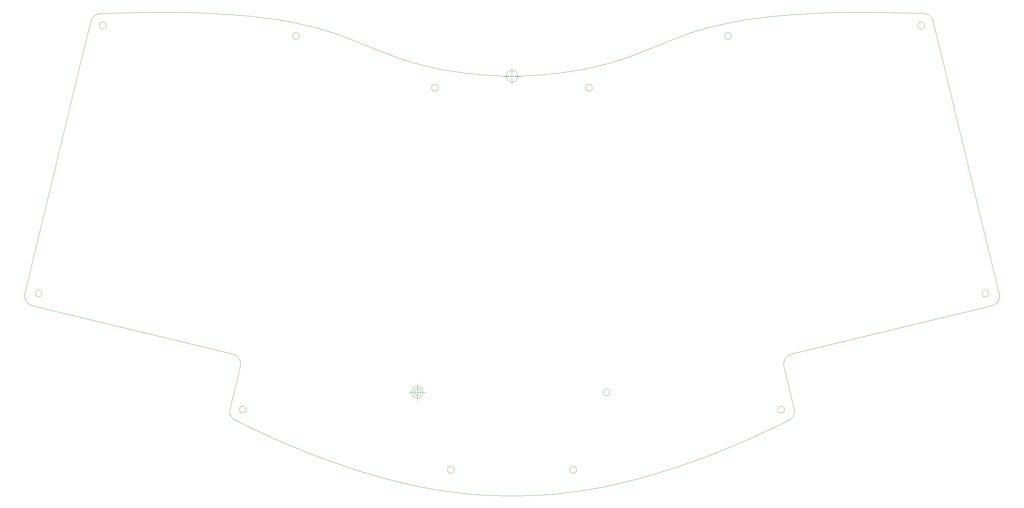
<source format=gm1>
%TF.GenerationSoftware,KiCad,Pcbnew,(6.0.0-0)*%
%TF.CreationDate,2022-01-08T14:54:34+00:00*%
%TF.ProjectId,atreis,61747265-6973-42e6-9b69-6361645f7063,rev?*%
%TF.SameCoordinates,Original*%
%TF.FileFunction,Profile,NP*%
%FSLAX46Y46*%
G04 Gerber Fmt 4.6, Leading zero omitted, Abs format (unit mm)*
G04 Created by KiCad (PCBNEW (6.0.0-0)) date 2022-01-08 14:54:34*
%MOMM*%
%LPD*%
G01*
G04 APERTURE LIST*
%TA.AperFunction,Profile*%
%ADD10C,0.100000*%
%TD*%
G04 APERTURE END LIST*
D10*
X157470285Y-144928117D02*
G75*
G03*
X157470285Y-144928117I-1666666J0D01*
G01*
X153303619Y-144928117D02*
X158303619Y-144928117D01*
X155803619Y-142428117D02*
X155803619Y-147428117D01*
X263038014Y-134968518D02*
X262888015Y-135228517D01*
X170118017Y-51948516D02*
X174368014Y-52358518D01*
X174368014Y-52358518D02*
X178738015Y-52668519D01*
X144978019Y-45498517D02*
X149718018Y-47298519D01*
X132528016Y-165698519D02*
X130488016Y-164988517D01*
X112128015Y-157498518D02*
X110298015Y-156648518D01*
X265628016Y-150318517D02*
X265618015Y-150718517D01*
X101268016Y-151238516D02*
X101208016Y-150978516D01*
X118358015Y-160238516D02*
X116148015Y-159278516D01*
X115928016Y-36508517D02*
X119568016Y-37148518D01*
X252368015Y-158528517D02*
X250628016Y-159278517D01*
X221798015Y-45498517D02*
X226778016Y-43478516D01*
X102498016Y-133948518D02*
X102098016Y-133798519D01*
X183388017Y-175052517D02*
X182208016Y-175058516D01*
X44088015Y-119748515D02*
X43718016Y-119648517D01*
X63398018Y-34538515D02*
X70218016Y-34348517D01*
X75188016Y-34238518D02*
X79648017Y-34218515D01*
X235328015Y-40238518D02*
X240788018Y-38618518D01*
X125408015Y-163108518D02*
X123128016Y-162198517D01*
X43348015Y-119538518D02*
X42958018Y-119348517D01*
X221418015Y-169718518D02*
X218928016Y-170408517D01*
X61568016Y-35338518D02*
X61808018Y-35128518D01*
X264468013Y-152738515D02*
X264218016Y-152918516D01*
X323818015Y-119348516D02*
X323428017Y-119538518D01*
X166008017Y-173968519D02*
X163718016Y-173658517D01*
X177628016Y-175018515D02*
X172968017Y-174708517D01*
X211968021Y-144898515D02*
G75*
G03*
X211968021Y-144898515I-1000005J0D01*
G01*
X101688016Y-152088518D02*
X101538015Y-151858518D01*
X103888017Y-135228516D02*
X103738016Y-134968518D01*
X112138016Y-35938515D02*
X115928016Y-36508517D01*
X120688018Y-161228519D02*
X118358015Y-160238516D01*
X101148017Y-150318517D02*
X101168016Y-150028516D01*
X322268014Y-116108518D02*
G75*
G03*
X322268014Y-116108518I-1000000J0D01*
G01*
X60728016Y-36678518D02*
X60808017Y-36478518D01*
X65218014Y-38038516D02*
G75*
G03*
X65218014Y-38038516I-999999J0D01*
G01*
X123128016Y-162198517D02*
X120688018Y-161228519D01*
X262658016Y-135708517D02*
X262568016Y-136038517D01*
X265088016Y-152088516D02*
X264898017Y-152328518D01*
X152748018Y-171588515D02*
X150458015Y-171048518D01*
X139998015Y-43478516D02*
X144978019Y-45498517D01*
X102098016Y-133798519D02*
X44088015Y-119748515D01*
X107328016Y-155248517D02*
X103138014Y-153228518D01*
X200768019Y-173968516D02*
X196788015Y-174468519D01*
X102868017Y-153088518D02*
X102558017Y-152918518D01*
X212118016Y-48908515D02*
X217058014Y-47298518D01*
X62058015Y-34958519D02*
X62378016Y-34788519D01*
X103548015Y-134738515D02*
X103318015Y-134488515D01*
X287128015Y-34218515D02*
X291588017Y-34238517D01*
X264898017Y-152328518D02*
X264718017Y-152538517D01*
X103318015Y-134488515D02*
X103088014Y-134308515D01*
X304718015Y-34958519D02*
X304968016Y-35128517D01*
X161218016Y-173268517D02*
X157268017Y-172528516D01*
X102308016Y-152738518D02*
X102058016Y-152538517D01*
X131448016Y-40238514D02*
X136618015Y-42118517D01*
X140958016Y-168458518D02*
X138258015Y-167628518D01*
X42278015Y-118828518D02*
X42038014Y-118578518D01*
X304968016Y-35128517D02*
X305208015Y-35338517D01*
X188038015Y-52668517D02*
X192408016Y-52358518D01*
X104218015Y-137318517D02*
X104268015Y-136998518D01*
X247328016Y-41148517D02*
G75*
G03*
X247328016Y-41148517I-1000000J0D01*
G01*
X325308015Y-116178518D02*
X325368016Y-116568516D01*
X263908019Y-153088516D02*
X263638018Y-153228517D01*
X101168016Y-150028516D02*
X101218017Y-149738518D01*
X163718016Y-173658517D02*
X161218016Y-173268517D01*
X192408016Y-52358518D02*
X196658015Y-51948517D01*
X262768017Y-135428517D02*
X262658016Y-135708517D01*
X138258015Y-167628518D02*
X136308016Y-167008518D01*
X203548017Y-50918518D02*
X206538015Y-50318518D01*
X263688015Y-134308517D02*
X263458017Y-134488517D01*
X150458015Y-171048518D02*
X147848015Y-170408519D01*
X60948014Y-36138517D02*
X61118016Y-35858518D01*
X325368016Y-116568516D02*
X325358015Y-116898518D01*
X163228017Y-50918518D02*
X167338015Y-51578516D01*
X209508015Y-172528515D02*
X205558016Y-173268516D01*
X246088015Y-161228515D02*
X243648018Y-162198516D01*
X193808019Y-174708516D02*
X189148017Y-175018516D01*
X305658015Y-35858517D02*
X305828016Y-36138517D01*
X250628016Y-159278517D02*
X248418016Y-160238517D01*
X61338015Y-35568517D02*
X61568016Y-35338518D01*
X305438018Y-35568517D02*
X305658015Y-35858517D01*
X103378018Y-34998518D02*
X107848018Y-35408515D01*
X41468015Y-116178517D02*
X41568015Y-115778517D01*
X143118016Y-169098515D02*
X140958016Y-168458518D01*
X304068015Y-34668517D02*
X304398016Y-34788517D01*
X178738015Y-52668519D02*
X183388015Y-52868517D01*
X41538018Y-117598517D02*
X41468017Y-117278520D01*
X262618015Y-137608516D02*
X265558018Y-149738516D01*
X303558013Y-38038519D02*
G75*
G03*
X303558013Y-38038519I-999996J0D01*
G01*
X79648017Y-34218515D02*
X86018019Y-34228515D01*
X226778016Y-43478516D02*
X230158014Y-42118515D01*
X70218016Y-34348517D02*
X75188016Y-34238518D01*
X325108017Y-117948517D02*
X324948015Y-118268517D01*
X236288017Y-164988517D02*
X234248015Y-165698516D01*
X265558018Y-149738516D02*
X265608020Y-150028516D01*
X303378015Y-34538519D02*
X303758014Y-34588515D01*
X230158014Y-42118515D02*
X235328015Y-40238518D01*
X228518017Y-167628518D02*
X225818015Y-168458515D01*
X62378016Y-34788519D02*
X62708015Y-34668518D01*
X268408014Y-34658518D02*
X274308014Y-34368516D01*
X262788016Y-149938516D02*
G75*
G03*
X262788016Y-149938516I-1000001J0D01*
G01*
X41408015Y-116568515D02*
X41468015Y-116178517D01*
X202228020Y-167508516D02*
G75*
G03*
X202228020Y-167508516I-1000004J0D01*
G01*
X103088014Y-134308515D02*
X102808015Y-134118517D01*
X322688017Y-119748517D02*
X264678017Y-133798520D01*
X225818015Y-168458515D02*
X223658017Y-169098515D01*
X61808018Y-35128518D02*
X62058015Y-34958519D01*
X243648018Y-162198516D02*
X241368015Y-163108516D01*
X166548016Y-167508518D02*
G75*
G03*
X166548016Y-167508518I-999997J0D01*
G01*
X154658017Y-48908515D02*
X160238015Y-50318515D01*
X101388017Y-151548517D02*
X101268016Y-151238516D01*
X206838014Y-56198517D02*
G75*
G03*
X206838014Y-56198517I-999999J0D01*
G01*
X305828016Y-36138517D02*
X305968017Y-36478515D01*
X136618015Y-42118517D02*
X139998015Y-43478516D01*
X41568015Y-115778517D02*
X60628017Y-37058518D01*
X324498017Y-118828519D02*
X324168018Y-119128518D01*
X103738016Y-134968518D02*
X103548015Y-134738515D01*
X103138014Y-153228518D02*
X102868017Y-153088518D01*
X217058014Y-47298518D02*
X221798015Y-45498517D01*
X102808015Y-134118517D02*
X102498016Y-133948518D01*
X157268017Y-172528516D02*
X155408017Y-172158517D01*
X104268015Y-136998518D02*
X104278017Y-136708519D01*
X254648020Y-157498517D02*
X252368015Y-158528517D01*
X258928015Y-35408517D02*
X263398015Y-34998518D01*
X101158015Y-150718519D02*
X101148017Y-150318517D01*
X121448014Y-41148520D02*
G75*
G03*
X121448014Y-41148520I-999996J0D01*
G01*
X102058016Y-152538517D02*
X101878019Y-152328515D01*
X324168018Y-119128518D02*
X323818015Y-119348516D01*
X263968015Y-134118517D02*
X263688015Y-134308517D01*
X265508015Y-151238516D02*
X265388015Y-151548515D01*
X60628017Y-37058518D02*
X60728016Y-36678518D01*
X196788015Y-174468519D02*
X193808019Y-174708516D01*
X116148015Y-159278516D02*
X114408017Y-158528518D01*
X262518019Y-136348517D02*
X262498014Y-136708518D01*
X125988016Y-38618516D02*
X131448016Y-40238514D01*
X265608020Y-150028516D02*
X265628016Y-150318517D01*
X263638018Y-153228517D02*
X259448015Y-155248518D01*
X110298015Y-156648518D02*
X107328016Y-155248517D01*
X325308015Y-117278515D02*
X325238015Y-117598517D01*
X305208015Y-35338517D02*
X305438018Y-35568517D01*
X104118017Y-135708517D02*
X104008016Y-135428517D01*
X136308016Y-167008518D02*
X134808017Y-166488518D01*
X262508016Y-136998517D02*
X262558015Y-137318517D01*
X102558017Y-152918518D02*
X102308016Y-152738518D01*
X147848015Y-170408519D02*
X145358015Y-169718517D01*
X325208015Y-115778516D02*
X325308015Y-116178518D01*
X184568015Y-175058515D02*
X183388017Y-175052517D01*
X104008016Y-135428517D02*
X103888017Y-135228516D01*
X203058017Y-173658517D02*
X200768019Y-173968516D01*
X262568016Y-136038517D02*
X262518019Y-136348517D01*
X241368015Y-163108516D02*
X238898016Y-164038518D01*
X41468017Y-117278520D02*
X41418015Y-116898517D01*
X86018019Y-34228515D02*
X92468015Y-34368517D01*
X265618015Y-150718517D02*
X265568018Y-150978515D01*
X104278017Y-136708519D02*
X104258016Y-136348517D01*
X238898016Y-164038518D02*
X236288017Y-164988517D01*
X98368015Y-34658518D02*
X103378018Y-34998518D01*
X172968017Y-174708517D02*
X169988016Y-174468519D01*
X324948015Y-118268517D02*
X324738016Y-118578518D01*
X234248015Y-165698516D02*
X231968016Y-166488517D01*
X114408017Y-158528518D02*
X112128015Y-157498518D01*
X218928016Y-170408517D02*
X216318016Y-171048517D01*
X263458017Y-134488517D02*
X263228017Y-134738517D01*
X101218017Y-149738518D02*
X104158017Y-137608518D01*
X264718017Y-152538517D02*
X264468013Y-152738515D01*
X42038014Y-118578518D02*
X41828017Y-118268519D01*
X101538015Y-151858518D02*
X101388017Y-151548517D01*
X206538015Y-50318518D02*
X212118016Y-48908515D01*
X60808017Y-36478518D02*
X60948014Y-36138517D01*
X216318016Y-171048517D02*
X214028015Y-171588517D01*
X107848018Y-35408515D02*
X112138016Y-35938515D01*
X167338015Y-51578516D02*
X170118017Y-51948516D01*
X127878015Y-164038518D02*
X125408015Y-163108518D01*
X250848016Y-36508515D02*
X254638016Y-35938518D01*
X61118016Y-35858518D02*
X61338015Y-35568517D01*
X264678017Y-133798520D02*
X264278016Y-133948519D01*
X119568016Y-37148518D02*
X125988016Y-38618516D01*
X205558016Y-173268516D02*
X203058017Y-173658517D01*
X262888015Y-135228517D02*
X262768017Y-135428517D01*
X306048016Y-36678518D02*
X306148016Y-37058517D01*
X291588017Y-34238517D02*
X296558015Y-34348518D01*
X41828017Y-118268519D02*
X41668020Y-117948516D01*
X263228017Y-134738517D02*
X263038014Y-134968518D01*
X42608016Y-119128519D02*
X42278015Y-118828518D01*
X134808017Y-166488518D02*
X132528016Y-165698519D01*
X92468015Y-34368517D02*
X98368015Y-34658518D01*
X259448015Y-155248518D02*
X256478016Y-156648517D01*
X274308014Y-34368516D02*
X280758015Y-34228517D01*
X42958018Y-119348517D02*
X42608016Y-119128519D01*
X280758015Y-34228517D02*
X287128015Y-34218515D01*
X265388015Y-151548515D02*
X265238018Y-151858517D01*
X305968017Y-36478515D02*
X306048016Y-36678518D01*
X262498014Y-136708518D02*
X262508016Y-136998517D01*
X41668020Y-117948516D02*
X41538018Y-117598517D01*
X296558015Y-34348518D02*
X303378015Y-34538519D01*
X247208016Y-37148518D02*
X250848016Y-36508515D01*
X41418015Y-116898517D02*
X41408015Y-116568515D01*
X324738016Y-118578518D02*
X324498017Y-118828519D01*
X145358015Y-169718517D02*
X143118016Y-169098515D01*
X189148017Y-175018516D02*
X184568015Y-175058515D01*
X43718016Y-119648517D02*
X43348015Y-119538518D01*
X240788018Y-38618518D02*
X247208016Y-37148518D01*
X323058015Y-119648517D02*
X322688017Y-119748517D01*
X214028015Y-171588517D02*
X211368016Y-172158516D01*
X325238015Y-117598517D02*
X325108017Y-117948517D01*
X105988017Y-149928517D02*
G75*
G03*
X105988017Y-149928517I-1000001J0D01*
G01*
X265568018Y-150978515D02*
X265508015Y-151238516D01*
X161938018Y-56198517D02*
G75*
G03*
X161938018Y-56198517I-1000003J0D01*
G01*
X155408017Y-172158517D02*
X152748018Y-171588515D01*
X183388015Y-52868517D02*
X188038015Y-52668517D01*
X104208018Y-136038518D02*
X104118017Y-135708517D01*
X256478016Y-156648517D02*
X254648020Y-157498517D01*
X263398015Y-34998518D02*
X268408014Y-34658518D01*
X104158017Y-137608518D02*
X104218015Y-137318517D01*
X304398016Y-34788517D02*
X304718015Y-34958519D01*
X196658015Y-51948517D02*
X199438016Y-51578515D01*
X46508016Y-116108516D02*
G75*
G03*
X46508016Y-116108516I-1000000J0D01*
G01*
X306148016Y-37058517D02*
X325208015Y-115778516D01*
X199438016Y-51578515D02*
X203548017Y-50918518D01*
X248418016Y-160238517D02*
X246088015Y-161228515D01*
X230468013Y-167008518D02*
X228518017Y-167628518D01*
X182208016Y-175058516D02*
X177628016Y-175018515D01*
X254638016Y-35938518D02*
X258928015Y-35408517D01*
X323428017Y-119538518D02*
X323058015Y-119648517D01*
X169988016Y-174468519D02*
X166008017Y-173968519D01*
X101878019Y-152328515D02*
X101688016Y-152088518D01*
X104258016Y-136348517D02*
X104208018Y-136038518D01*
X211368016Y-172158516D02*
X209508015Y-172528515D01*
X160238015Y-50318515D02*
X163228017Y-50918518D01*
X156808017Y-144908516D02*
G75*
G03*
X156808017Y-144908516I-1000001J0D01*
G01*
X303758014Y-34588515D02*
X304068015Y-34668517D01*
X101208016Y-150978516D02*
X101158015Y-150718519D01*
X231968016Y-166488517D02*
X230468013Y-167008518D01*
X130488016Y-164988517D02*
X127878015Y-164038518D01*
X264218016Y-152918516D02*
X263908019Y-153088516D01*
X264278016Y-133948519D02*
X263968015Y-134118517D01*
X63018017Y-34588518D02*
X63398018Y-34538515D01*
X265238018Y-151858517D02*
X265088016Y-152088516D01*
X262558015Y-137318517D02*
X262618015Y-137608516D01*
X223658017Y-169098515D02*
X221418015Y-169718518D01*
X62708015Y-34668518D02*
X63018017Y-34588518D01*
X149718018Y-47298519D02*
X154658017Y-48908515D01*
X325358015Y-116898518D02*
X325308015Y-117278515D01*
X185054681Y-52868517D02*
G75*
G03*
X185054681Y-52868517I-1666666J0D01*
G01*
X180888015Y-52868517D02*
X185888015Y-52868517D01*
X183388015Y-50368517D02*
X183388015Y-55368517D01*
M02*

</source>
